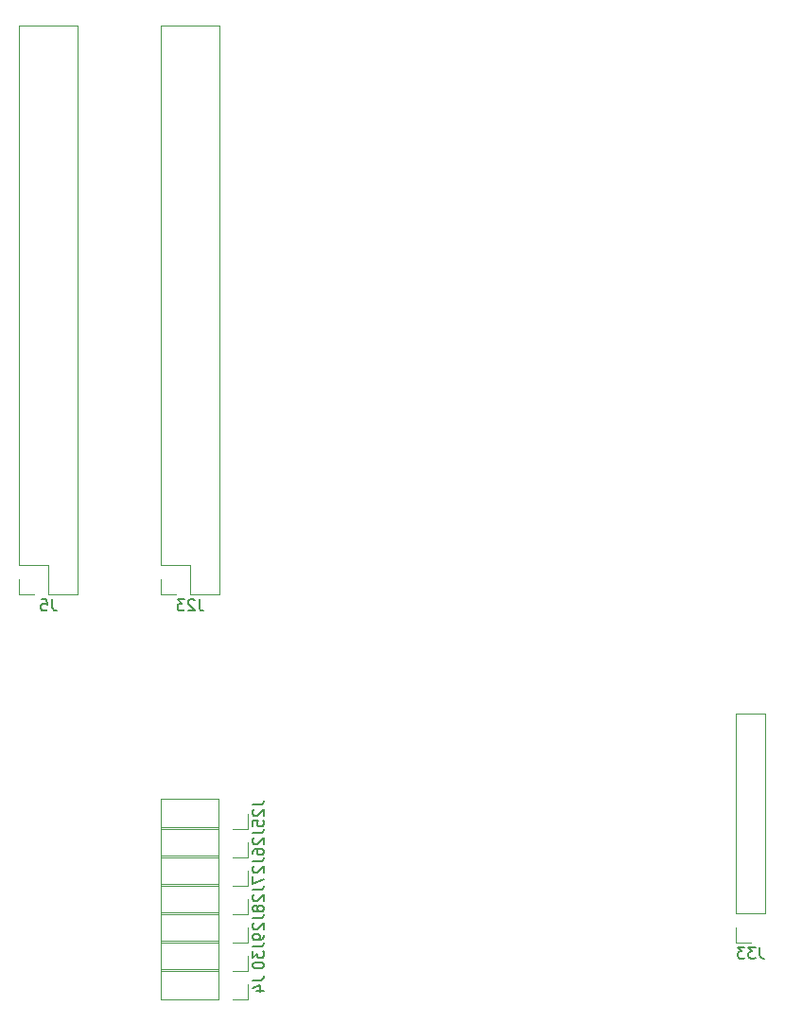
<source format=gbo>
G04 #@! TF.FileFunction,Legend,Bot*
%FSLAX46Y46*%
G04 Gerber Fmt 4.6, Leading zero omitted, Abs format (unit mm)*
G04 Created by KiCad (PCBNEW 4.0.7) date 06/01/18 16:45:32*
%MOMM*%
%LPD*%
G01*
G04 APERTURE LIST*
%ADD10C,0.100000*%
%ADD11C,0.120000*%
%ADD12C,0.150000*%
G04 APERTURE END LIST*
D10*
D11*
X137795000Y-145475000D02*
X132655000Y-145475000D01*
X132655000Y-145475000D02*
X132655000Y-142815000D01*
X132655000Y-142815000D02*
X137795000Y-142815000D01*
X137795000Y-142815000D02*
X137795000Y-145475000D01*
X139065000Y-145475000D02*
X140395000Y-145475000D01*
X140395000Y-145475000D02*
X140395000Y-144145000D01*
X184090000Y-142875000D02*
X184090000Y-125035000D01*
X184090000Y-125035000D02*
X186750000Y-125035000D01*
X186750000Y-125035000D02*
X186750000Y-142875000D01*
X186750000Y-142875000D02*
X184090000Y-142875000D01*
X184090000Y-144145000D02*
X184090000Y-145475000D01*
X184090000Y-145475000D02*
X185420000Y-145475000D01*
X132655000Y-63440000D02*
X137855000Y-63440000D01*
X132655000Y-111760000D02*
X132655000Y-63440000D01*
X137855000Y-114360000D02*
X137855000Y-63440000D01*
X132655000Y-111760000D02*
X135255000Y-111760000D01*
X135255000Y-111760000D02*
X135255000Y-114360000D01*
X135255000Y-114360000D02*
X137855000Y-114360000D01*
X132655000Y-113030000D02*
X132655000Y-114360000D01*
X132655000Y-114360000D02*
X133985000Y-114360000D01*
X137795000Y-135315000D02*
X132655000Y-135315000D01*
X132655000Y-135315000D02*
X132655000Y-132655000D01*
X132655000Y-132655000D02*
X137795000Y-132655000D01*
X137795000Y-132655000D02*
X137795000Y-135315000D01*
X139065000Y-135315000D02*
X140395000Y-135315000D01*
X140395000Y-135315000D02*
X140395000Y-133985000D01*
X137795000Y-137855000D02*
X132655000Y-137855000D01*
X132655000Y-137855000D02*
X132655000Y-135195000D01*
X132655000Y-135195000D02*
X137795000Y-135195000D01*
X137795000Y-135195000D02*
X137795000Y-137855000D01*
X139065000Y-137855000D02*
X140395000Y-137855000D01*
X140395000Y-137855000D02*
X140395000Y-136525000D01*
X137795000Y-140395000D02*
X132655000Y-140395000D01*
X132655000Y-140395000D02*
X132655000Y-137735000D01*
X132655000Y-137735000D02*
X137795000Y-137735000D01*
X137795000Y-137735000D02*
X137795000Y-140395000D01*
X139065000Y-140395000D02*
X140395000Y-140395000D01*
X140395000Y-140395000D02*
X140395000Y-139065000D01*
X137795000Y-142935000D02*
X132655000Y-142935000D01*
X132655000Y-142935000D02*
X132655000Y-140275000D01*
X132655000Y-140275000D02*
X137795000Y-140275000D01*
X137795000Y-140275000D02*
X137795000Y-142935000D01*
X139065000Y-142935000D02*
X140395000Y-142935000D01*
X140395000Y-142935000D02*
X140395000Y-141605000D01*
X137795000Y-148015000D02*
X132655000Y-148015000D01*
X132655000Y-148015000D02*
X132655000Y-145355000D01*
X132655000Y-145355000D02*
X137795000Y-145355000D01*
X137795000Y-145355000D02*
X137795000Y-148015000D01*
X139065000Y-148015000D02*
X140395000Y-148015000D01*
X140395000Y-148015000D02*
X140395000Y-146685000D01*
X137795000Y-150555000D02*
X132655000Y-150555000D01*
X132655000Y-150555000D02*
X132655000Y-147895000D01*
X132655000Y-147895000D02*
X137795000Y-147895000D01*
X137795000Y-147895000D02*
X137795000Y-150555000D01*
X139065000Y-150555000D02*
X140395000Y-150555000D01*
X140395000Y-150555000D02*
X140395000Y-149225000D01*
X119955000Y-63440000D02*
X125155000Y-63440000D01*
X119955000Y-111760000D02*
X119955000Y-63440000D01*
X125155000Y-114360000D02*
X125155000Y-63440000D01*
X119955000Y-111760000D02*
X122555000Y-111760000D01*
X122555000Y-111760000D02*
X122555000Y-114360000D01*
X122555000Y-114360000D02*
X125155000Y-114360000D01*
X119955000Y-113030000D02*
X119955000Y-114360000D01*
X119955000Y-114360000D02*
X121285000Y-114360000D01*
D12*
X140847381Y-143335477D02*
X141561667Y-143335477D01*
X141704524Y-143287857D01*
X141799762Y-143192619D01*
X141847381Y-143049762D01*
X141847381Y-142954524D01*
X140942619Y-143764048D02*
X140895000Y-143811667D01*
X140847381Y-143906905D01*
X140847381Y-144145001D01*
X140895000Y-144240239D01*
X140942619Y-144287858D01*
X141037857Y-144335477D01*
X141133095Y-144335477D01*
X141275952Y-144287858D01*
X141847381Y-143716429D01*
X141847381Y-144335477D01*
X141847381Y-144811667D02*
X141847381Y-145002143D01*
X141799762Y-145097382D01*
X141752143Y-145145001D01*
X141609286Y-145240239D01*
X141418810Y-145287858D01*
X141037857Y-145287858D01*
X140942619Y-145240239D01*
X140895000Y-145192620D01*
X140847381Y-145097382D01*
X140847381Y-144906905D01*
X140895000Y-144811667D01*
X140942619Y-144764048D01*
X141037857Y-144716429D01*
X141275952Y-144716429D01*
X141371190Y-144764048D01*
X141418810Y-144811667D01*
X141466429Y-144906905D01*
X141466429Y-145097382D01*
X141418810Y-145192620D01*
X141371190Y-145240239D01*
X141275952Y-145287858D01*
X186229523Y-145927381D02*
X186229523Y-146641667D01*
X186277143Y-146784524D01*
X186372381Y-146879762D01*
X186515238Y-146927381D01*
X186610476Y-146927381D01*
X185848571Y-145927381D02*
X185229523Y-145927381D01*
X185562857Y-146308333D01*
X185419999Y-146308333D01*
X185324761Y-146355952D01*
X185277142Y-146403571D01*
X185229523Y-146498810D01*
X185229523Y-146736905D01*
X185277142Y-146832143D01*
X185324761Y-146879762D01*
X185419999Y-146927381D01*
X185705714Y-146927381D01*
X185800952Y-146879762D01*
X185848571Y-146832143D01*
X184896190Y-145927381D02*
X184277142Y-145927381D01*
X184610476Y-146308333D01*
X184467618Y-146308333D01*
X184372380Y-146355952D01*
X184324761Y-146403571D01*
X184277142Y-146498810D01*
X184277142Y-146736905D01*
X184324761Y-146832143D01*
X184372380Y-146879762D01*
X184467618Y-146927381D01*
X184753333Y-146927381D01*
X184848571Y-146879762D01*
X184896190Y-146832143D01*
X136064523Y-114812381D02*
X136064523Y-115526667D01*
X136112143Y-115669524D01*
X136207381Y-115764762D01*
X136350238Y-115812381D01*
X136445476Y-115812381D01*
X135635952Y-114907619D02*
X135588333Y-114860000D01*
X135493095Y-114812381D01*
X135254999Y-114812381D01*
X135159761Y-114860000D01*
X135112142Y-114907619D01*
X135064523Y-115002857D01*
X135064523Y-115098095D01*
X135112142Y-115240952D01*
X135683571Y-115812381D01*
X135064523Y-115812381D01*
X134731190Y-114812381D02*
X134112142Y-114812381D01*
X134445476Y-115193333D01*
X134302618Y-115193333D01*
X134207380Y-115240952D01*
X134159761Y-115288571D01*
X134112142Y-115383810D01*
X134112142Y-115621905D01*
X134159761Y-115717143D01*
X134207380Y-115764762D01*
X134302618Y-115812381D01*
X134588333Y-115812381D01*
X134683571Y-115764762D01*
X134731190Y-115717143D01*
X140847381Y-133175477D02*
X141561667Y-133175477D01*
X141704524Y-133127857D01*
X141799762Y-133032619D01*
X141847381Y-132889762D01*
X141847381Y-132794524D01*
X140942619Y-133604048D02*
X140895000Y-133651667D01*
X140847381Y-133746905D01*
X140847381Y-133985001D01*
X140895000Y-134080239D01*
X140942619Y-134127858D01*
X141037857Y-134175477D01*
X141133095Y-134175477D01*
X141275952Y-134127858D01*
X141847381Y-133556429D01*
X141847381Y-134175477D01*
X140847381Y-135080239D02*
X140847381Y-134604048D01*
X141323571Y-134556429D01*
X141275952Y-134604048D01*
X141228333Y-134699286D01*
X141228333Y-134937382D01*
X141275952Y-135032620D01*
X141323571Y-135080239D01*
X141418810Y-135127858D01*
X141656905Y-135127858D01*
X141752143Y-135080239D01*
X141799762Y-135032620D01*
X141847381Y-134937382D01*
X141847381Y-134699286D01*
X141799762Y-134604048D01*
X141752143Y-134556429D01*
X140847381Y-135715477D02*
X141561667Y-135715477D01*
X141704524Y-135667857D01*
X141799762Y-135572619D01*
X141847381Y-135429762D01*
X141847381Y-135334524D01*
X140942619Y-136144048D02*
X140895000Y-136191667D01*
X140847381Y-136286905D01*
X140847381Y-136525001D01*
X140895000Y-136620239D01*
X140942619Y-136667858D01*
X141037857Y-136715477D01*
X141133095Y-136715477D01*
X141275952Y-136667858D01*
X141847381Y-136096429D01*
X141847381Y-136715477D01*
X140847381Y-137572620D02*
X140847381Y-137382143D01*
X140895000Y-137286905D01*
X140942619Y-137239286D01*
X141085476Y-137144048D01*
X141275952Y-137096429D01*
X141656905Y-137096429D01*
X141752143Y-137144048D01*
X141799762Y-137191667D01*
X141847381Y-137286905D01*
X141847381Y-137477382D01*
X141799762Y-137572620D01*
X141752143Y-137620239D01*
X141656905Y-137667858D01*
X141418810Y-137667858D01*
X141323571Y-137620239D01*
X141275952Y-137572620D01*
X141228333Y-137477382D01*
X141228333Y-137286905D01*
X141275952Y-137191667D01*
X141323571Y-137144048D01*
X141418810Y-137096429D01*
X140847381Y-138255477D02*
X141561667Y-138255477D01*
X141704524Y-138207857D01*
X141799762Y-138112619D01*
X141847381Y-137969762D01*
X141847381Y-137874524D01*
X140942619Y-138684048D02*
X140895000Y-138731667D01*
X140847381Y-138826905D01*
X140847381Y-139065001D01*
X140895000Y-139160239D01*
X140942619Y-139207858D01*
X141037857Y-139255477D01*
X141133095Y-139255477D01*
X141275952Y-139207858D01*
X141847381Y-138636429D01*
X141847381Y-139255477D01*
X140847381Y-139588810D02*
X140847381Y-140255477D01*
X141847381Y-139826905D01*
X140847381Y-140795477D02*
X141561667Y-140795477D01*
X141704524Y-140747857D01*
X141799762Y-140652619D01*
X141847381Y-140509762D01*
X141847381Y-140414524D01*
X140942619Y-141224048D02*
X140895000Y-141271667D01*
X140847381Y-141366905D01*
X140847381Y-141605001D01*
X140895000Y-141700239D01*
X140942619Y-141747858D01*
X141037857Y-141795477D01*
X141133095Y-141795477D01*
X141275952Y-141747858D01*
X141847381Y-141176429D01*
X141847381Y-141795477D01*
X141275952Y-142366905D02*
X141228333Y-142271667D01*
X141180714Y-142224048D01*
X141085476Y-142176429D01*
X141037857Y-142176429D01*
X140942619Y-142224048D01*
X140895000Y-142271667D01*
X140847381Y-142366905D01*
X140847381Y-142557382D01*
X140895000Y-142652620D01*
X140942619Y-142700239D01*
X141037857Y-142747858D01*
X141085476Y-142747858D01*
X141180714Y-142700239D01*
X141228333Y-142652620D01*
X141275952Y-142557382D01*
X141275952Y-142366905D01*
X141323571Y-142271667D01*
X141371190Y-142224048D01*
X141466429Y-142176429D01*
X141656905Y-142176429D01*
X141752143Y-142224048D01*
X141799762Y-142271667D01*
X141847381Y-142366905D01*
X141847381Y-142557382D01*
X141799762Y-142652620D01*
X141752143Y-142700239D01*
X141656905Y-142747858D01*
X141466429Y-142747858D01*
X141371190Y-142700239D01*
X141323571Y-142652620D01*
X141275952Y-142557382D01*
X140847381Y-145875477D02*
X141561667Y-145875477D01*
X141704524Y-145827857D01*
X141799762Y-145732619D01*
X141847381Y-145589762D01*
X141847381Y-145494524D01*
X140847381Y-146256429D02*
X140847381Y-146875477D01*
X141228333Y-146542143D01*
X141228333Y-146685001D01*
X141275952Y-146780239D01*
X141323571Y-146827858D01*
X141418810Y-146875477D01*
X141656905Y-146875477D01*
X141752143Y-146827858D01*
X141799762Y-146780239D01*
X141847381Y-146685001D01*
X141847381Y-146399286D01*
X141799762Y-146304048D01*
X141752143Y-146256429D01*
X140847381Y-147494524D02*
X140847381Y-147589763D01*
X140895000Y-147685001D01*
X140942619Y-147732620D01*
X141037857Y-147780239D01*
X141228333Y-147827858D01*
X141466429Y-147827858D01*
X141656905Y-147780239D01*
X141752143Y-147732620D01*
X141799762Y-147685001D01*
X141847381Y-147589763D01*
X141847381Y-147494524D01*
X141799762Y-147399286D01*
X141752143Y-147351667D01*
X141656905Y-147304048D01*
X141466429Y-147256429D01*
X141228333Y-147256429D01*
X141037857Y-147304048D01*
X140942619Y-147351667D01*
X140895000Y-147399286D01*
X140847381Y-147494524D01*
X140847381Y-148891667D02*
X141561667Y-148891667D01*
X141704524Y-148844047D01*
X141799762Y-148748809D01*
X141847381Y-148605952D01*
X141847381Y-148510714D01*
X141180714Y-149796429D02*
X141847381Y-149796429D01*
X140799762Y-149558333D02*
X141514048Y-149320238D01*
X141514048Y-149939286D01*
X122888333Y-114812381D02*
X122888333Y-115526667D01*
X122935953Y-115669524D01*
X123031191Y-115764762D01*
X123174048Y-115812381D01*
X123269286Y-115812381D01*
X121935952Y-114812381D02*
X122412143Y-114812381D01*
X122459762Y-115288571D01*
X122412143Y-115240952D01*
X122316905Y-115193333D01*
X122078809Y-115193333D01*
X121983571Y-115240952D01*
X121935952Y-115288571D01*
X121888333Y-115383810D01*
X121888333Y-115621905D01*
X121935952Y-115717143D01*
X121983571Y-115764762D01*
X122078809Y-115812381D01*
X122316905Y-115812381D01*
X122412143Y-115764762D01*
X122459762Y-115717143D01*
M02*

</source>
